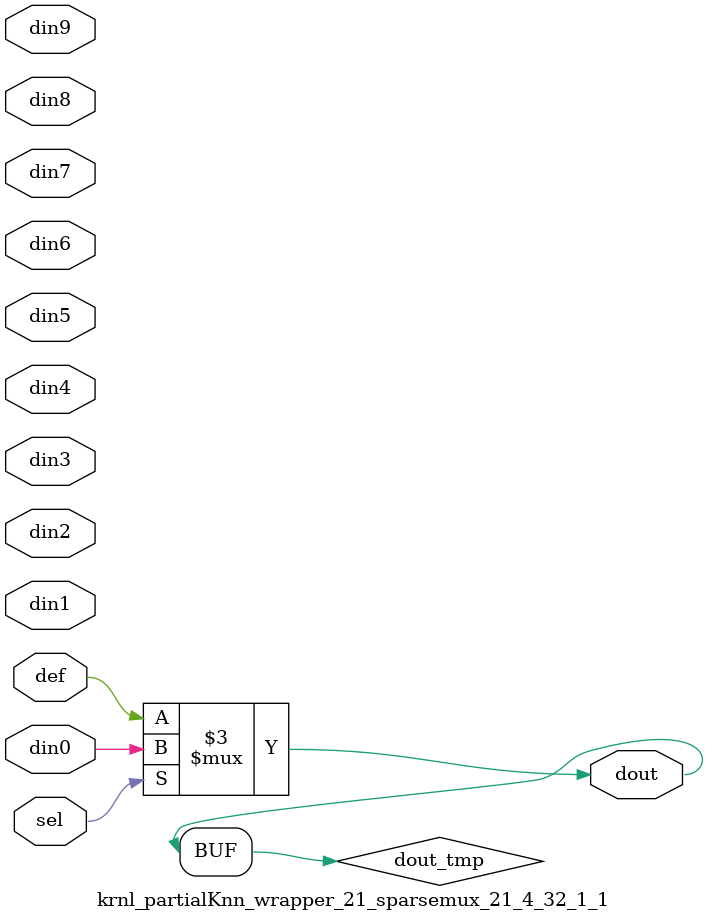
<source format=v>
`timescale 1 ns / 1 ps
module krnl_partialKnn_wrapper_21_sparsemux_21_4_32_1_1 (din0,din1,din2,din3,din4,din5,din6,din7,din8,din9,def,sel,dout);
parameter din0_WIDTH = 1;
parameter din1_WIDTH = 1;
parameter din2_WIDTH = 1;
parameter din3_WIDTH = 1;
parameter din4_WIDTH = 1;
parameter din5_WIDTH = 1;
parameter din6_WIDTH = 1;
parameter din7_WIDTH = 1;
parameter din8_WIDTH = 1;
parameter din9_WIDTH = 1;
parameter def_WIDTH = 1;
parameter sel_WIDTH = 1;
parameter dout_WIDTH = 1;
parameter [sel_WIDTH-1:0] CASE0 = 1;
parameter [sel_WIDTH-1:0] CASE1 = 1;
parameter [sel_WIDTH-1:0] CASE2 = 1;
parameter [sel_WIDTH-1:0] CASE3 = 1;
parameter [sel_WIDTH-1:0] CASE4 = 1;
parameter [sel_WIDTH-1:0] CASE5 = 1;
parameter [sel_WIDTH-1:0] CASE6 = 1;
parameter [sel_WIDTH-1:0] CASE7 = 1;
parameter [sel_WIDTH-1:0] CASE8 = 1;
parameter [sel_WIDTH-1:0] CASE9 = 1;
parameter ID = 1;
parameter NUM_STAGE = 1;
input [din0_WIDTH-1:0] din0;
input [din1_WIDTH-1:0] din1;
input [din2_WIDTH-1:0] din2;
input [din3_WIDTH-1:0] din3;
input [din4_WIDTH-1:0] din4;
input [din5_WIDTH-1:0] din5;
input [din6_WIDTH-1:0] din6;
input [din7_WIDTH-1:0] din7;
input [din8_WIDTH-1:0] din8;
input [din9_WIDTH-1:0] din9;
input [def_WIDTH-1:0] def;
input [sel_WIDTH-1:0] sel;
output [dout_WIDTH-1:0] dout;
reg [dout_WIDTH-1:0] dout_tmp;
always @ (*) begin
case (sel)
    
    CASE0 : dout_tmp = din0;
    
    CASE1 : dout_tmp = din1;
    
    CASE2 : dout_tmp = din2;
    
    CASE3 : dout_tmp = din3;
    
    CASE4 : dout_tmp = din4;
    
    CASE5 : dout_tmp = din5;
    
    CASE6 : dout_tmp = din6;
    
    CASE7 : dout_tmp = din7;
    
    CASE8 : dout_tmp = din8;
    
    CASE9 : dout_tmp = din9;
    
    default : dout_tmp = def;
endcase
end
assign dout = dout_tmp;
endmodule
</source>
